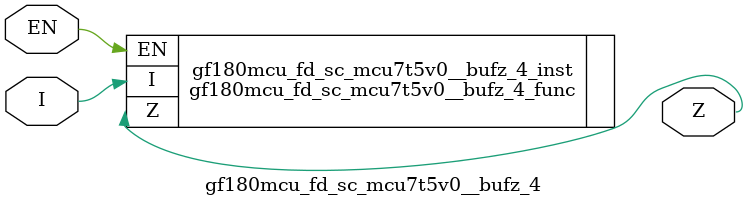
<source format=v>

module gf180mcu_fd_sc_mcu7t5v0__bufz_4( EN, I, Z );
input EN, I;
output Z;

   `ifdef FUNCTIONAL  //  functional //

	gf180mcu_fd_sc_mcu7t5v0__bufz_4_func gf180mcu_fd_sc_mcu7t5v0__bufz_4_behav_inst(.EN(EN),.I(I),.Z(Z));

   `else

	gf180mcu_fd_sc_mcu7t5v0__bufz_4_func gf180mcu_fd_sc_mcu7t5v0__bufz_4_inst(.EN(EN),.I(I),.Z(Z));

	// spec_gates_begin


	// spec_gates_end



   specify

	// specify_block_begin

	// comb arc EN --> Z
	 (EN => Z) = (1.0,1.0);

	// comb arc I --> Z
	 (I => Z) = (1.0,1.0);

	// specify_block_end

   endspecify

   `endif

endmodule

</source>
